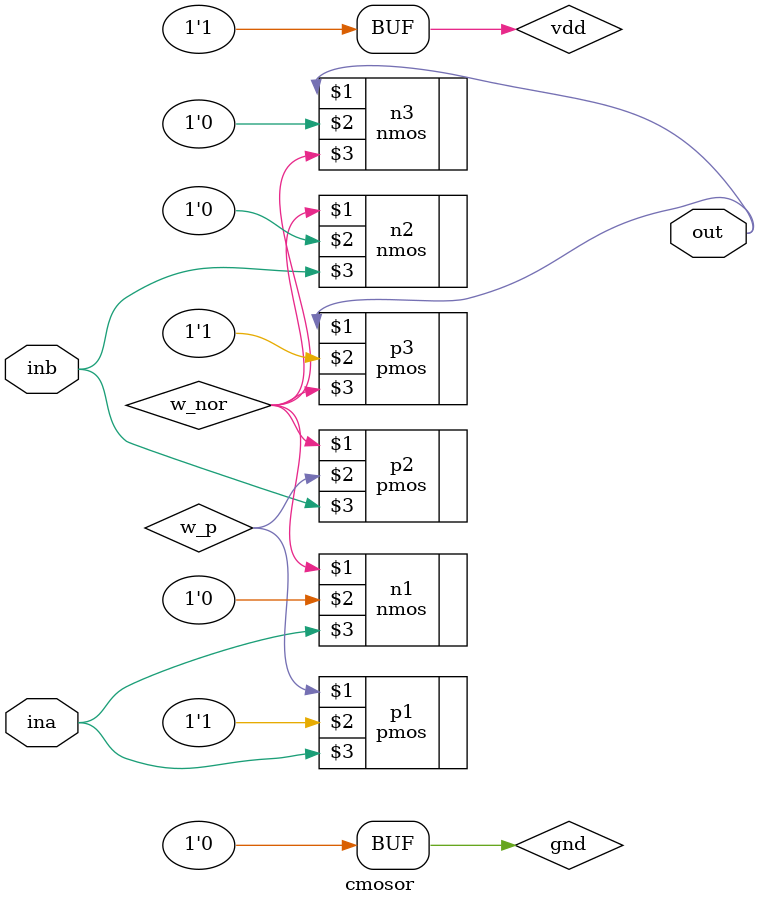
<source format=v>
module cmosor(out, ina, inb);
   input ina, inb;
   output out;
   wire   w_p, w_nor;
   supply1 vdd;
   supply0 gnd;

   // pmos name(drain, source, gate);
   pmos p1(w_p, vdd, ina);
   pmos p2(w_nor, w_p, inb);
   pmos p3(out, vdd, w_nor);

   // nmos name(drain, source, gate);
   nmos n1(w_nor, gnd, ina);
   nmos n2(w_nor, gnd,inb);
   nmos n3(out, gnd, w_nor);
   
endmodule // cmosor

</source>
